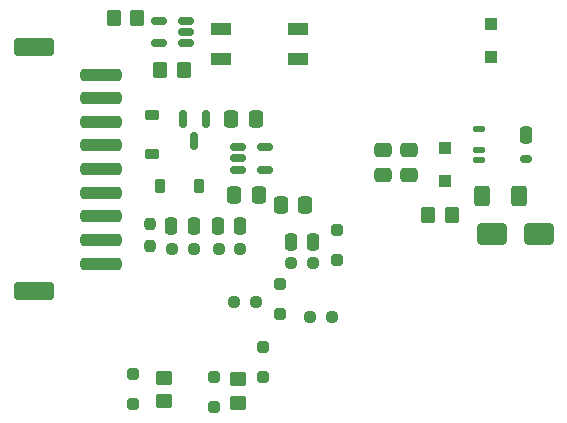
<source format=gbp>
G04 #@! TF.GenerationSoftware,KiCad,Pcbnew,9.0.6*
G04 #@! TF.CreationDate,2025-11-26T20:09:10+03:00*
G04 #@! TF.ProjectId,SMHome_UniversalRound_ESP32_C3_Mini_v3,534d486f-6d65-45f5-956e-697665727361,12*
G04 #@! TF.SameCoordinates,Original*
G04 #@! TF.FileFunction,Paste,Bot*
G04 #@! TF.FilePolarity,Positive*
%FSLAX46Y46*%
G04 Gerber Fmt 4.6, Leading zero omitted, Abs format (unit mm)*
G04 Created by KiCad (PCBNEW 9.0.6) date 2025-11-26 20:09:10*
%MOMM*%
%LPD*%
G01*
G04 APERTURE LIST*
G04 Aperture macros list*
%AMRoundRect*
0 Rectangle with rounded corners*
0 $1 Rounding radius*
0 $2 $3 $4 $5 $6 $7 $8 $9 X,Y pos of 4 corners*
0 Add a 4 corners polygon primitive as box body*
4,1,4,$2,$3,$4,$5,$6,$7,$8,$9,$2,$3,0*
0 Add four circle primitives for the rounded corners*
1,1,$1+$1,$2,$3*
1,1,$1+$1,$4,$5*
1,1,$1+$1,$6,$7*
1,1,$1+$1,$8,$9*
0 Add four rect primitives between the rounded corners*
20,1,$1+$1,$2,$3,$4,$5,0*
20,1,$1+$1,$4,$5,$6,$7,0*
20,1,$1+$1,$6,$7,$8,$9,0*
20,1,$1+$1,$8,$9,$2,$3,0*%
G04 Aperture macros list end*
%ADD10RoundRect,0.250000X0.250000X-0.250000X0.250000X0.250000X-0.250000X0.250000X-0.250000X-0.250000X0*%
%ADD11RoundRect,0.225000X0.375000X-0.225000X0.375000X0.225000X-0.375000X0.225000X-0.375000X-0.225000X0*%
%ADD12RoundRect,0.250000X-0.450000X0.350000X-0.450000X-0.350000X0.450000X-0.350000X0.450000X0.350000X0*%
%ADD13RoundRect,0.250000X-0.350000X-0.450000X0.350000X-0.450000X0.350000X0.450000X-0.350000X0.450000X0*%
%ADD14RoundRect,0.250000X-1.000000X-0.650000X1.000000X-0.650000X1.000000X0.650000X-1.000000X0.650000X0*%
%ADD15RoundRect,0.125000X-0.375000X-0.125000X0.375000X-0.125000X0.375000X0.125000X-0.375000X0.125000X0*%
%ADD16RoundRect,0.250000X-0.250000X0.475000X-0.250000X-0.475000X0.250000X-0.475000X0.250000X0.475000X0*%
%ADD17RoundRect,0.175000X-0.325000X-0.175000X0.325000X-0.175000X0.325000X0.175000X-0.325000X0.175000X0*%
%ADD18RoundRect,0.250000X0.250000X0.475000X-0.250000X0.475000X-0.250000X-0.475000X0.250000X-0.475000X0*%
%ADD19RoundRect,0.250000X1.500000X-0.250000X1.500000X0.250000X-1.500000X0.250000X-1.500000X-0.250000X0*%
%ADD20RoundRect,0.250001X1.449999X-0.499999X1.449999X0.499999X-1.449999X0.499999X-1.449999X-0.499999X0*%
%ADD21R,1.700000X1.100000*%
%ADD22RoundRect,0.250000X0.400000X0.625000X-0.400000X0.625000X-0.400000X-0.625000X0.400000X-0.625000X0*%
%ADD23RoundRect,0.250000X-0.337500X-0.475000X0.337500X-0.475000X0.337500X0.475000X-0.337500X0.475000X0*%
%ADD24RoundRect,0.250000X0.475000X-0.337500X0.475000X0.337500X-0.475000X0.337500X-0.475000X-0.337500X0*%
%ADD25RoundRect,0.237500X0.250000X0.237500X-0.250000X0.237500X-0.250000X-0.237500X0.250000X-0.237500X0*%
%ADD26RoundRect,0.237500X-0.250000X-0.237500X0.250000X-0.237500X0.250000X0.237500X-0.250000X0.237500X0*%
%ADD27RoundRect,0.250000X-0.250000X0.250000X-0.250000X-0.250000X0.250000X-0.250000X0.250000X0.250000X0*%
%ADD28RoundRect,0.250000X-0.475000X0.337500X-0.475000X-0.337500X0.475000X-0.337500X0.475000X0.337500X0*%
%ADD29RoundRect,0.150000X0.512500X0.150000X-0.512500X0.150000X-0.512500X-0.150000X0.512500X-0.150000X0*%
%ADD30RoundRect,0.237500X0.237500X-0.250000X0.237500X0.250000X-0.237500X0.250000X-0.237500X-0.250000X0*%
%ADD31RoundRect,0.250000X0.350000X0.450000X-0.350000X0.450000X-0.350000X-0.450000X0.350000X-0.450000X0*%
%ADD32RoundRect,0.250000X0.300000X-0.300000X0.300000X0.300000X-0.300000X0.300000X-0.300000X-0.300000X0*%
%ADD33RoundRect,0.250000X-0.300000X0.300000X-0.300000X-0.300000X0.300000X-0.300000X0.300000X0.300000X0*%
%ADD34RoundRect,0.250000X-0.250000X-0.475000X0.250000X-0.475000X0.250000X0.475000X-0.250000X0.475000X0*%
%ADD35RoundRect,0.225000X-0.225000X-0.375000X0.225000X-0.375000X0.225000X0.375000X-0.225000X0.375000X0*%
%ADD36RoundRect,0.150000X-0.512500X-0.150000X0.512500X-0.150000X0.512500X0.150000X-0.512500X0.150000X0*%
%ADD37RoundRect,0.150000X-0.150000X0.587500X-0.150000X-0.587500X0.150000X-0.587500X0.150000X0.587500X0*%
G04 APERTURE END LIST*
D10*
X152933400Y-112908399D03*
X152933400Y-110408401D03*
D11*
X137261600Y-103961200D03*
X137261600Y-100661200D03*
D12*
X144576800Y-123028200D03*
X144576800Y-125028200D03*
D13*
X134026400Y-92456000D03*
X136026400Y-92456000D03*
D14*
X166020999Y-110744000D03*
X170021001Y-110744000D03*
D15*
X164979600Y-104507799D03*
X164979600Y-103607800D03*
X164979600Y-101807800D03*
D16*
X168979600Y-102347800D03*
D17*
X168979600Y-104407800D03*
D18*
X144764800Y-110083600D03*
X142864800Y-110083600D03*
D19*
X132999600Y-113232200D03*
X132999600Y-111232200D03*
X132999600Y-109232200D03*
X132999600Y-107232200D03*
X132999600Y-105232200D03*
X132999600Y-103232200D03*
X132999600Y-101232200D03*
X132999600Y-99232200D03*
X132999600Y-97232200D03*
D20*
X127249600Y-115582200D03*
X127249600Y-94882200D03*
D21*
X143104800Y-95885001D03*
X143104800Y-93344999D03*
X149604800Y-93344999D03*
X149604800Y-95885001D03*
D22*
X168351200Y-107518200D03*
X165251198Y-107518200D03*
D23*
X144250500Y-107391200D03*
X146325500Y-107391200D03*
X143996500Y-100990400D03*
X146071500Y-100990400D03*
D24*
X156819600Y-105710900D03*
X156819600Y-103635900D03*
D25*
X146048100Y-116484400D03*
X144223100Y-116484400D03*
D23*
X148187500Y-108254800D03*
X150262500Y-108254800D03*
D10*
X146659600Y-122814399D03*
X146659600Y-120314401D03*
D26*
X149074500Y-113182400D03*
X150899500Y-113182400D03*
D27*
X148082000Y-114980401D03*
X148082000Y-117480399D03*
D28*
X159054800Y-103635900D03*
X159054800Y-105710900D03*
D29*
X140151700Y-92688501D03*
X140151700Y-93638500D03*
X140151700Y-94588499D03*
X137876700Y-94588499D03*
X137876700Y-92688501D03*
D27*
X135686800Y-122600401D03*
X135686800Y-125100399D03*
D30*
X137109200Y-111707300D03*
X137109200Y-109882300D03*
D31*
X139988800Y-96875600D03*
X137988800Y-96875600D03*
D13*
X160645600Y-109093000D03*
X162645600Y-109093000D03*
D32*
X165963600Y-95760999D03*
X165963600Y-92961001D03*
D33*
X162052000Y-103476601D03*
X162052000Y-106276599D03*
D25*
X140813800Y-112014000D03*
X138988800Y-112014000D03*
D12*
X138252200Y-122901200D03*
X138252200Y-124901200D03*
D34*
X149037001Y-111379000D03*
X150936999Y-111379000D03*
D35*
X137948400Y-106629200D03*
X141248400Y-106629200D03*
D36*
X144576800Y-105277998D03*
X144576800Y-104327999D03*
X144576800Y-103378000D03*
X146851800Y-103378000D03*
X146851800Y-105277998D03*
D37*
X139918400Y-100967300D03*
X141818400Y-100967300D03*
X140868400Y-102842300D03*
D10*
X142544800Y-125379799D03*
X142544800Y-122879801D03*
D34*
X138900500Y-110032800D03*
X140800500Y-110032800D03*
D25*
X144752700Y-111988600D03*
X142927700Y-111988600D03*
X152474300Y-117729000D03*
X150649300Y-117729000D03*
M02*

</source>
